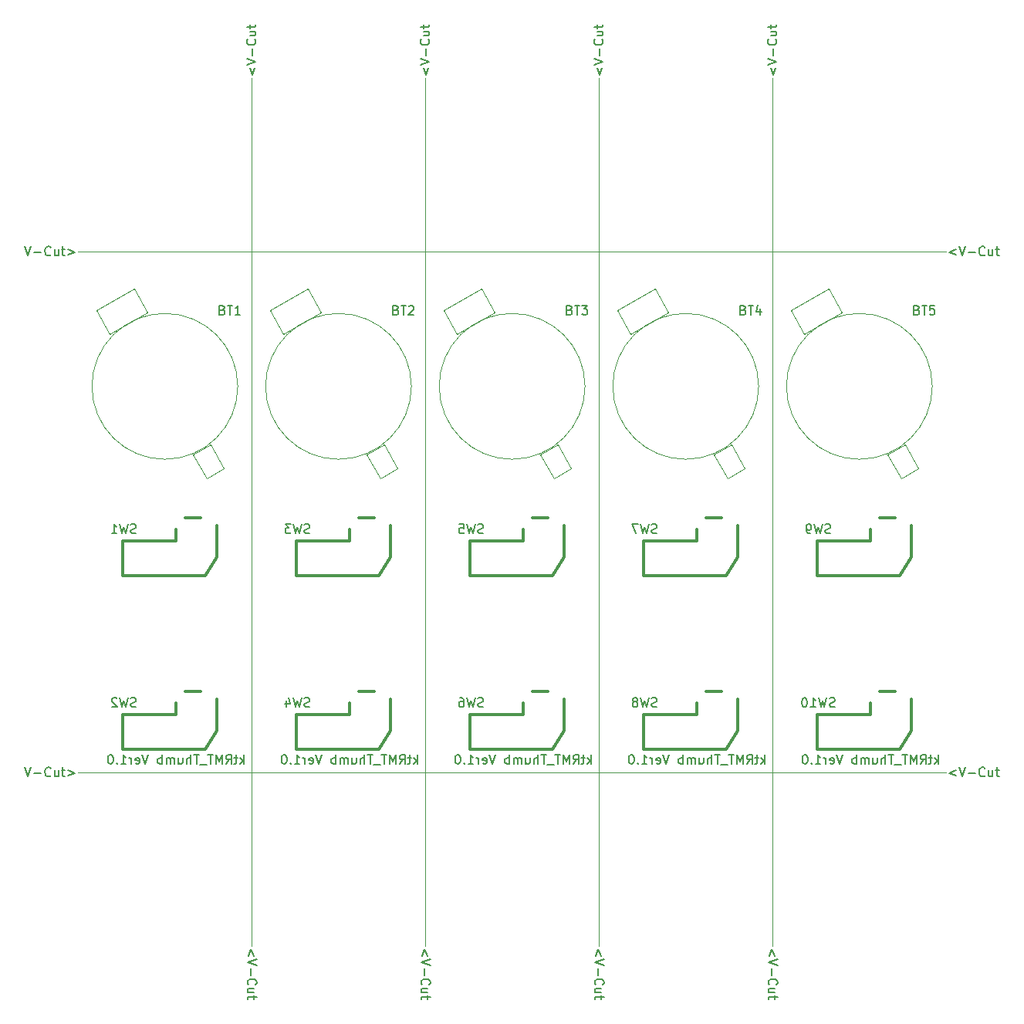
<source format=gbo>
%TF.GenerationSoftware,KiCad,Pcbnew,(6.0.11-0)*%
%TF.CreationDate,2024-12-21T01:30:16+09:00*%
%TF.ProjectId,Array,41727261-792e-46b6-9963-61645f706362,rev?*%
%TF.SameCoordinates,Original*%
%TF.FileFunction,Legend,Bot*%
%TF.FilePolarity,Positive*%
%FSLAX46Y46*%
G04 Gerber Fmt 4.6, Leading zero omitted, Abs format (unit mm)*
G04 Created by KiCad (PCBNEW (6.0.11-0)) date 2024-12-21 01:30:16*
%MOMM*%
%LPD*%
G01*
G04 APERTURE LIST*
%ADD10C,0.150000*%
%ADD11C,0.120000*%
%ADD12C,0.050000*%
%ADD13C,0.360000*%
G04 APERTURE END LIST*
D10*
X-5811785Y-75652380D02*
X-5478452Y-76652380D01*
X-5145119Y-75652380D01*
X-4811785Y-76271428D02*
X-4049880Y-76271428D01*
X-3002261Y-76557142D02*
X-3049880Y-76604761D01*
X-3192738Y-76652380D01*
X-3287976Y-76652380D01*
X-3430833Y-76604761D01*
X-3526071Y-76509523D01*
X-3573690Y-76414285D01*
X-3621309Y-76223809D01*
X-3621309Y-76080952D01*
X-3573690Y-75890476D01*
X-3526071Y-75795238D01*
X-3430833Y-75700000D01*
X-3287976Y-75652380D01*
X-3192738Y-75652380D01*
X-3049880Y-75700000D01*
X-3002261Y-75747619D01*
X-2145119Y-75985714D02*
X-2145119Y-76652380D01*
X-2573690Y-75985714D02*
X-2573690Y-76509523D01*
X-2526071Y-76604761D01*
X-2430833Y-76652380D01*
X-2287976Y-76652380D01*
X-2192738Y-76604761D01*
X-2145119Y-76557142D01*
X-1811785Y-75985714D02*
X-1430833Y-75985714D01*
X-1668928Y-75652380D02*
X-1668928Y-76509523D01*
X-1621309Y-76604761D01*
X-1526071Y-76652380D01*
X-1430833Y-76652380D01*
X-1097500Y-75985714D02*
X-335595Y-76271428D01*
X-1097500Y-76557142D01*
X-5811785Y-18502380D02*
X-5478452Y-19502380D01*
X-5145119Y-18502380D01*
X-4811785Y-19121428D02*
X-4049880Y-19121428D01*
X-3002261Y-19407142D02*
X-3049880Y-19454761D01*
X-3192738Y-19502380D01*
X-3287976Y-19502380D01*
X-3430833Y-19454761D01*
X-3526071Y-19359523D01*
X-3573690Y-19264285D01*
X-3621309Y-19073809D01*
X-3621309Y-18930952D01*
X-3573690Y-18740476D01*
X-3526071Y-18645238D01*
X-3430833Y-18550000D01*
X-3287976Y-18502380D01*
X-3192738Y-18502380D01*
X-3049880Y-18550000D01*
X-3002261Y-18597619D01*
X-2145119Y-18835714D02*
X-2145119Y-19502380D01*
X-2573690Y-18835714D02*
X-2573690Y-19359523D01*
X-2526071Y-19454761D01*
X-2430833Y-19502380D01*
X-2287976Y-19502380D01*
X-2192738Y-19454761D01*
X-2145119Y-19407142D01*
X-1811785Y-18835714D02*
X-1430833Y-18835714D01*
X-1668928Y-18502380D02*
X-1668928Y-19359523D01*
X-1621309Y-19454761D01*
X-1526071Y-19502380D01*
X-1430833Y-19502380D01*
X-1097500Y-18835714D02*
X-335595Y-19121428D01*
X-1097500Y-19407142D01*
X96347500Y-75985714D02*
X95585595Y-76271428D01*
X96347500Y-76557142D01*
X96680833Y-75652380D02*
X97014166Y-76652380D01*
X97347500Y-75652380D01*
X97680833Y-76271428D02*
X98442738Y-76271428D01*
X99490357Y-76557142D02*
X99442738Y-76604761D01*
X99299880Y-76652380D01*
X99204642Y-76652380D01*
X99061785Y-76604761D01*
X98966547Y-76509523D01*
X98918928Y-76414285D01*
X98871309Y-76223809D01*
X98871309Y-76080952D01*
X98918928Y-75890476D01*
X98966547Y-75795238D01*
X99061785Y-75700000D01*
X99204642Y-75652380D01*
X99299880Y-75652380D01*
X99442738Y-75700000D01*
X99490357Y-75747619D01*
X100347500Y-75985714D02*
X100347500Y-76652380D01*
X99918928Y-75985714D02*
X99918928Y-76509523D01*
X99966547Y-76604761D01*
X100061785Y-76652380D01*
X100204642Y-76652380D01*
X100299880Y-76604761D01*
X100347500Y-76557142D01*
X100680833Y-75985714D02*
X101061785Y-75985714D01*
X100823690Y-75652380D02*
X100823690Y-76509523D01*
X100871309Y-76604761D01*
X100966547Y-76652380D01*
X101061785Y-76652380D01*
X96347500Y-18835714D02*
X95585595Y-19121428D01*
X96347500Y-19407142D01*
X96680833Y-18502380D02*
X97014166Y-19502380D01*
X97347500Y-18502380D01*
X97680833Y-19121428D02*
X98442738Y-19121428D01*
X99490357Y-19407142D02*
X99442738Y-19454761D01*
X99299880Y-19502380D01*
X99204642Y-19502380D01*
X99061785Y-19454761D01*
X98966547Y-19359523D01*
X98918928Y-19264285D01*
X98871309Y-19073809D01*
X98871309Y-18930952D01*
X98918928Y-18740476D01*
X98966547Y-18645238D01*
X99061785Y-18550000D01*
X99204642Y-18502380D01*
X99299880Y-18502380D01*
X99442738Y-18550000D01*
X99490357Y-18597619D01*
X100347500Y-18835714D02*
X100347500Y-19502380D01*
X99918928Y-18835714D02*
X99918928Y-19359523D01*
X99966547Y-19454761D01*
X100061785Y-19502380D01*
X100204642Y-19502380D01*
X100299880Y-19454761D01*
X100347500Y-19407142D01*
X100680833Y-18835714D02*
X101061785Y-18835714D01*
X100823690Y-18502380D02*
X100823690Y-19359523D01*
X100871309Y-19454761D01*
X100966547Y-19502380D01*
X101061785Y-19502380D01*
D11*
X0Y-76200000D02*
X95250000Y-76200000D01*
X0Y-19050000D02*
X95250000Y-19050000D01*
D12*
X76200000Y-95250000D02*
X76200000Y0D01*
X19050000Y0D02*
X19050000Y-95250000D01*
X38100000Y-95250000D02*
X38100000Y0D01*
X57150000Y0D02*
X57150000Y-95250000D01*
D10*
X37228571Y-75282380D02*
X37228571Y-74282380D01*
X37133333Y-74901428D02*
X36847619Y-75282380D01*
X36847619Y-74615714D02*
X37228571Y-74996666D01*
X36561904Y-74615714D02*
X36180952Y-74615714D01*
X36419047Y-74282380D02*
X36419047Y-75139523D01*
X36371428Y-75234761D01*
X36276190Y-75282380D01*
X36180952Y-75282380D01*
X35276190Y-75282380D02*
X35609523Y-74806190D01*
X35847619Y-75282380D02*
X35847619Y-74282380D01*
X35466666Y-74282380D01*
X35371428Y-74330000D01*
X35323809Y-74377619D01*
X35276190Y-74472857D01*
X35276190Y-74615714D01*
X35323809Y-74710952D01*
X35371428Y-74758571D01*
X35466666Y-74806190D01*
X35847619Y-74806190D01*
X34847619Y-75282380D02*
X34847619Y-74282380D01*
X34514285Y-74996666D01*
X34180952Y-74282380D01*
X34180952Y-75282380D01*
X33847619Y-74282380D02*
X33276190Y-74282380D01*
X33561904Y-75282380D02*
X33561904Y-74282380D01*
X33180952Y-75377619D02*
X32419047Y-75377619D01*
X32323809Y-74282380D02*
X31752380Y-74282380D01*
X32038095Y-75282380D02*
X32038095Y-74282380D01*
X31419047Y-75282380D02*
X31419047Y-74282380D01*
X30990476Y-75282380D02*
X30990476Y-74758571D01*
X31038095Y-74663333D01*
X31133333Y-74615714D01*
X31276190Y-74615714D01*
X31371428Y-74663333D01*
X31419047Y-74710952D01*
X30085714Y-74615714D02*
X30085714Y-75282380D01*
X30514285Y-74615714D02*
X30514285Y-75139523D01*
X30466666Y-75234761D01*
X30371428Y-75282380D01*
X30228571Y-75282380D01*
X30133333Y-75234761D01*
X30085714Y-75187142D01*
X29609523Y-75282380D02*
X29609523Y-74615714D01*
X29609523Y-74710952D02*
X29561904Y-74663333D01*
X29466666Y-74615714D01*
X29323809Y-74615714D01*
X29228571Y-74663333D01*
X29180952Y-74758571D01*
X29180952Y-75282380D01*
X29180952Y-74758571D02*
X29133333Y-74663333D01*
X29038095Y-74615714D01*
X28895238Y-74615714D01*
X28800000Y-74663333D01*
X28752380Y-74758571D01*
X28752380Y-75282380D01*
X28276190Y-75282380D02*
X28276190Y-74282380D01*
X28276190Y-74663333D02*
X28180952Y-74615714D01*
X27990476Y-74615714D01*
X27895238Y-74663333D01*
X27847619Y-74710952D01*
X27800000Y-74806190D01*
X27800000Y-75091904D01*
X27847619Y-75187142D01*
X27895238Y-75234761D01*
X27990476Y-75282380D01*
X28180952Y-75282380D01*
X28276190Y-75234761D01*
X26752380Y-74282380D02*
X26419047Y-75282380D01*
X26085714Y-74282380D01*
X25371428Y-75234761D02*
X25466666Y-75282380D01*
X25657142Y-75282380D01*
X25752380Y-75234761D01*
X25800000Y-75139523D01*
X25800000Y-74758571D01*
X25752380Y-74663333D01*
X25657142Y-74615714D01*
X25466666Y-74615714D01*
X25371428Y-74663333D01*
X25323809Y-74758571D01*
X25323809Y-74853809D01*
X25800000Y-74949047D01*
X24895238Y-75282380D02*
X24895238Y-74615714D01*
X24895238Y-74806190D02*
X24847619Y-74710952D01*
X24800000Y-74663333D01*
X24704761Y-74615714D01*
X24609523Y-74615714D01*
X23752380Y-75282380D02*
X24323809Y-75282380D01*
X24038095Y-75282380D02*
X24038095Y-74282380D01*
X24133333Y-74425238D01*
X24228571Y-74520476D01*
X24323809Y-74568095D01*
X23323809Y-75187142D02*
X23276190Y-75234761D01*
X23323809Y-75282380D01*
X23371428Y-75234761D01*
X23323809Y-75187142D01*
X23323809Y-75282380D01*
X22657142Y-74282380D02*
X22561904Y-74282380D01*
X22466666Y-74330000D01*
X22419047Y-74377619D01*
X22371428Y-74472857D01*
X22323809Y-74663333D01*
X22323809Y-74901428D01*
X22371428Y-75091904D01*
X22419047Y-75187142D01*
X22466666Y-75234761D01*
X22561904Y-75282380D01*
X22657142Y-75282380D01*
X22752380Y-75234761D01*
X22800000Y-75187142D01*
X22847619Y-75091904D01*
X22895238Y-74901428D01*
X22895238Y-74663333D01*
X22847619Y-74472857D01*
X22800000Y-74377619D01*
X22752380Y-74330000D01*
X22657142Y-74282380D01*
X18178571Y-75282380D02*
X18178571Y-74282380D01*
X18083333Y-74901428D02*
X17797619Y-75282380D01*
X17797619Y-74615714D02*
X18178571Y-74996666D01*
X17511904Y-74615714D02*
X17130952Y-74615714D01*
X17369047Y-74282380D02*
X17369047Y-75139523D01*
X17321428Y-75234761D01*
X17226190Y-75282380D01*
X17130952Y-75282380D01*
X16226190Y-75282380D02*
X16559523Y-74806190D01*
X16797619Y-75282380D02*
X16797619Y-74282380D01*
X16416666Y-74282380D01*
X16321428Y-74330000D01*
X16273809Y-74377619D01*
X16226190Y-74472857D01*
X16226190Y-74615714D01*
X16273809Y-74710952D01*
X16321428Y-74758571D01*
X16416666Y-74806190D01*
X16797619Y-74806190D01*
X15797619Y-75282380D02*
X15797619Y-74282380D01*
X15464285Y-74996666D01*
X15130952Y-74282380D01*
X15130952Y-75282380D01*
X14797619Y-74282380D02*
X14226190Y-74282380D01*
X14511904Y-75282380D02*
X14511904Y-74282380D01*
X14130952Y-75377619D02*
X13369047Y-75377619D01*
X13273809Y-74282380D02*
X12702380Y-74282380D01*
X12988095Y-75282380D02*
X12988095Y-74282380D01*
X12369047Y-75282380D02*
X12369047Y-74282380D01*
X11940476Y-75282380D02*
X11940476Y-74758571D01*
X11988095Y-74663333D01*
X12083333Y-74615714D01*
X12226190Y-74615714D01*
X12321428Y-74663333D01*
X12369047Y-74710952D01*
X11035714Y-74615714D02*
X11035714Y-75282380D01*
X11464285Y-74615714D02*
X11464285Y-75139523D01*
X11416666Y-75234761D01*
X11321428Y-75282380D01*
X11178571Y-75282380D01*
X11083333Y-75234761D01*
X11035714Y-75187142D01*
X10559523Y-75282380D02*
X10559523Y-74615714D01*
X10559523Y-74710952D02*
X10511904Y-74663333D01*
X10416666Y-74615714D01*
X10273809Y-74615714D01*
X10178571Y-74663333D01*
X10130952Y-74758571D01*
X10130952Y-75282380D01*
X10130952Y-74758571D02*
X10083333Y-74663333D01*
X9988095Y-74615714D01*
X9845238Y-74615714D01*
X9750000Y-74663333D01*
X9702380Y-74758571D01*
X9702380Y-75282380D01*
X9226190Y-75282380D02*
X9226190Y-74282380D01*
X9226190Y-74663333D02*
X9130952Y-74615714D01*
X8940476Y-74615714D01*
X8845238Y-74663333D01*
X8797619Y-74710952D01*
X8750000Y-74806190D01*
X8750000Y-75091904D01*
X8797619Y-75187142D01*
X8845238Y-75234761D01*
X8940476Y-75282380D01*
X9130952Y-75282380D01*
X9226190Y-75234761D01*
X7702380Y-74282380D02*
X7369047Y-75282380D01*
X7035714Y-74282380D01*
X6321428Y-75234761D02*
X6416666Y-75282380D01*
X6607142Y-75282380D01*
X6702380Y-75234761D01*
X6750000Y-75139523D01*
X6750000Y-74758571D01*
X6702380Y-74663333D01*
X6607142Y-74615714D01*
X6416666Y-74615714D01*
X6321428Y-74663333D01*
X6273809Y-74758571D01*
X6273809Y-74853809D01*
X6750000Y-74949047D01*
X5845238Y-75282380D02*
X5845238Y-74615714D01*
X5845238Y-74806190D02*
X5797619Y-74710952D01*
X5750000Y-74663333D01*
X5654761Y-74615714D01*
X5559523Y-74615714D01*
X4702380Y-75282380D02*
X5273809Y-75282380D01*
X4988095Y-75282380D02*
X4988095Y-74282380D01*
X5083333Y-74425238D01*
X5178571Y-74520476D01*
X5273809Y-74568095D01*
X4273809Y-75187142D02*
X4226190Y-75234761D01*
X4273809Y-75282380D01*
X4321428Y-75234761D01*
X4273809Y-75187142D01*
X4273809Y-75282380D01*
X3607142Y-74282380D02*
X3511904Y-74282380D01*
X3416666Y-74330000D01*
X3369047Y-74377619D01*
X3321428Y-74472857D01*
X3273809Y-74663333D01*
X3273809Y-74901428D01*
X3321428Y-75091904D01*
X3369047Y-75187142D01*
X3416666Y-75234761D01*
X3511904Y-75282380D01*
X3607142Y-75282380D01*
X3702380Y-75234761D01*
X3750000Y-75187142D01*
X3797619Y-75091904D01*
X3845238Y-74901428D01*
X3845238Y-74663333D01*
X3797619Y-74472857D01*
X3750000Y-74377619D01*
X3702380Y-74330000D01*
X3607142Y-74282380D01*
X75328571Y-75282380D02*
X75328571Y-74282380D01*
X75233333Y-74901428D02*
X74947619Y-75282380D01*
X74947619Y-74615714D02*
X75328571Y-74996666D01*
X74661904Y-74615714D02*
X74280952Y-74615714D01*
X74519047Y-74282380D02*
X74519047Y-75139523D01*
X74471428Y-75234761D01*
X74376190Y-75282380D01*
X74280952Y-75282380D01*
X73376190Y-75282380D02*
X73709523Y-74806190D01*
X73947619Y-75282380D02*
X73947619Y-74282380D01*
X73566666Y-74282380D01*
X73471428Y-74330000D01*
X73423809Y-74377619D01*
X73376190Y-74472857D01*
X73376190Y-74615714D01*
X73423809Y-74710952D01*
X73471428Y-74758571D01*
X73566666Y-74806190D01*
X73947619Y-74806190D01*
X72947619Y-75282380D02*
X72947619Y-74282380D01*
X72614285Y-74996666D01*
X72280952Y-74282380D01*
X72280952Y-75282380D01*
X71947619Y-74282380D02*
X71376190Y-74282380D01*
X71661904Y-75282380D02*
X71661904Y-74282380D01*
X71280952Y-75377619D02*
X70519047Y-75377619D01*
X70423809Y-74282380D02*
X69852380Y-74282380D01*
X70138095Y-75282380D02*
X70138095Y-74282380D01*
X69519047Y-75282380D02*
X69519047Y-74282380D01*
X69090476Y-75282380D02*
X69090476Y-74758571D01*
X69138095Y-74663333D01*
X69233333Y-74615714D01*
X69376190Y-74615714D01*
X69471428Y-74663333D01*
X69519047Y-74710952D01*
X68185714Y-74615714D02*
X68185714Y-75282380D01*
X68614285Y-74615714D02*
X68614285Y-75139523D01*
X68566666Y-75234761D01*
X68471428Y-75282380D01*
X68328571Y-75282380D01*
X68233333Y-75234761D01*
X68185714Y-75187142D01*
X67709523Y-75282380D02*
X67709523Y-74615714D01*
X67709523Y-74710952D02*
X67661904Y-74663333D01*
X67566666Y-74615714D01*
X67423809Y-74615714D01*
X67328571Y-74663333D01*
X67280952Y-74758571D01*
X67280952Y-75282380D01*
X67280952Y-74758571D02*
X67233333Y-74663333D01*
X67138095Y-74615714D01*
X66995238Y-74615714D01*
X66900000Y-74663333D01*
X66852380Y-74758571D01*
X66852380Y-75282380D01*
X66376190Y-75282380D02*
X66376190Y-74282380D01*
X66376190Y-74663333D02*
X66280952Y-74615714D01*
X66090476Y-74615714D01*
X65995238Y-74663333D01*
X65947619Y-74710952D01*
X65900000Y-74806190D01*
X65900000Y-75091904D01*
X65947619Y-75187142D01*
X65995238Y-75234761D01*
X66090476Y-75282380D01*
X66280952Y-75282380D01*
X66376190Y-75234761D01*
X64852380Y-74282380D02*
X64519047Y-75282380D01*
X64185714Y-74282380D01*
X63471428Y-75234761D02*
X63566666Y-75282380D01*
X63757142Y-75282380D01*
X63852380Y-75234761D01*
X63900000Y-75139523D01*
X63900000Y-74758571D01*
X63852380Y-74663333D01*
X63757142Y-74615714D01*
X63566666Y-74615714D01*
X63471428Y-74663333D01*
X63423809Y-74758571D01*
X63423809Y-74853809D01*
X63900000Y-74949047D01*
X62995238Y-75282380D02*
X62995238Y-74615714D01*
X62995238Y-74806190D02*
X62947619Y-74710952D01*
X62900000Y-74663333D01*
X62804761Y-74615714D01*
X62709523Y-74615714D01*
X61852380Y-75282380D02*
X62423809Y-75282380D01*
X62138095Y-75282380D02*
X62138095Y-74282380D01*
X62233333Y-74425238D01*
X62328571Y-74520476D01*
X62423809Y-74568095D01*
X61423809Y-75187142D02*
X61376190Y-75234761D01*
X61423809Y-75282380D01*
X61471428Y-75234761D01*
X61423809Y-75187142D01*
X61423809Y-75282380D01*
X60757142Y-74282380D02*
X60661904Y-74282380D01*
X60566666Y-74330000D01*
X60519047Y-74377619D01*
X60471428Y-74472857D01*
X60423809Y-74663333D01*
X60423809Y-74901428D01*
X60471428Y-75091904D01*
X60519047Y-75187142D01*
X60566666Y-75234761D01*
X60661904Y-75282380D01*
X60757142Y-75282380D01*
X60852380Y-75234761D01*
X60900000Y-75187142D01*
X60947619Y-75091904D01*
X60995238Y-74901428D01*
X60995238Y-74663333D01*
X60947619Y-74472857D01*
X60900000Y-74377619D01*
X60852380Y-74330000D01*
X60757142Y-74282380D01*
X94378571Y-75282380D02*
X94378571Y-74282380D01*
X94283333Y-74901428D02*
X93997619Y-75282380D01*
X93997619Y-74615714D02*
X94378571Y-74996666D01*
X93711904Y-74615714D02*
X93330952Y-74615714D01*
X93569047Y-74282380D02*
X93569047Y-75139523D01*
X93521428Y-75234761D01*
X93426190Y-75282380D01*
X93330952Y-75282380D01*
X92426190Y-75282380D02*
X92759523Y-74806190D01*
X92997619Y-75282380D02*
X92997619Y-74282380D01*
X92616666Y-74282380D01*
X92521428Y-74330000D01*
X92473809Y-74377619D01*
X92426190Y-74472857D01*
X92426190Y-74615714D01*
X92473809Y-74710952D01*
X92521428Y-74758571D01*
X92616666Y-74806190D01*
X92997619Y-74806190D01*
X91997619Y-75282380D02*
X91997619Y-74282380D01*
X91664285Y-74996666D01*
X91330952Y-74282380D01*
X91330952Y-75282380D01*
X90997619Y-74282380D02*
X90426190Y-74282380D01*
X90711904Y-75282380D02*
X90711904Y-74282380D01*
X90330952Y-75377619D02*
X89569047Y-75377619D01*
X89473809Y-74282380D02*
X88902380Y-74282380D01*
X89188095Y-75282380D02*
X89188095Y-74282380D01*
X88569047Y-75282380D02*
X88569047Y-74282380D01*
X88140476Y-75282380D02*
X88140476Y-74758571D01*
X88188095Y-74663333D01*
X88283333Y-74615714D01*
X88426190Y-74615714D01*
X88521428Y-74663333D01*
X88569047Y-74710952D01*
X87235714Y-74615714D02*
X87235714Y-75282380D01*
X87664285Y-74615714D02*
X87664285Y-75139523D01*
X87616666Y-75234761D01*
X87521428Y-75282380D01*
X87378571Y-75282380D01*
X87283333Y-75234761D01*
X87235714Y-75187142D01*
X86759523Y-75282380D02*
X86759523Y-74615714D01*
X86759523Y-74710952D02*
X86711904Y-74663333D01*
X86616666Y-74615714D01*
X86473809Y-74615714D01*
X86378571Y-74663333D01*
X86330952Y-74758571D01*
X86330952Y-75282380D01*
X86330952Y-74758571D02*
X86283333Y-74663333D01*
X86188095Y-74615714D01*
X86045238Y-74615714D01*
X85950000Y-74663333D01*
X85902380Y-74758571D01*
X85902380Y-75282380D01*
X85426190Y-75282380D02*
X85426190Y-74282380D01*
X85426190Y-74663333D02*
X85330952Y-74615714D01*
X85140476Y-74615714D01*
X85045238Y-74663333D01*
X84997619Y-74710952D01*
X84950000Y-74806190D01*
X84950000Y-75091904D01*
X84997619Y-75187142D01*
X85045238Y-75234761D01*
X85140476Y-75282380D01*
X85330952Y-75282380D01*
X85426190Y-75234761D01*
X83902380Y-74282380D02*
X83569047Y-75282380D01*
X83235714Y-74282380D01*
X82521428Y-75234761D02*
X82616666Y-75282380D01*
X82807142Y-75282380D01*
X82902380Y-75234761D01*
X82950000Y-75139523D01*
X82950000Y-74758571D01*
X82902380Y-74663333D01*
X82807142Y-74615714D01*
X82616666Y-74615714D01*
X82521428Y-74663333D01*
X82473809Y-74758571D01*
X82473809Y-74853809D01*
X82950000Y-74949047D01*
X82045238Y-75282380D02*
X82045238Y-74615714D01*
X82045238Y-74806190D02*
X81997619Y-74710952D01*
X81950000Y-74663333D01*
X81854761Y-74615714D01*
X81759523Y-74615714D01*
X80902380Y-75282380D02*
X81473809Y-75282380D01*
X81188095Y-75282380D02*
X81188095Y-74282380D01*
X81283333Y-74425238D01*
X81378571Y-74520476D01*
X81473809Y-74568095D01*
X80473809Y-75187142D02*
X80426190Y-75234761D01*
X80473809Y-75282380D01*
X80521428Y-75234761D01*
X80473809Y-75187142D01*
X80473809Y-75282380D01*
X79807142Y-74282380D02*
X79711904Y-74282380D01*
X79616666Y-74330000D01*
X79569047Y-74377619D01*
X79521428Y-74472857D01*
X79473809Y-74663333D01*
X79473809Y-74901428D01*
X79521428Y-75091904D01*
X79569047Y-75187142D01*
X79616666Y-75234761D01*
X79711904Y-75282380D01*
X79807142Y-75282380D01*
X79902380Y-75234761D01*
X79950000Y-75187142D01*
X79997619Y-75091904D01*
X80045238Y-74901428D01*
X80045238Y-74663333D01*
X79997619Y-74472857D01*
X79950000Y-74377619D01*
X79902380Y-74330000D01*
X79807142Y-74282380D01*
X56278571Y-75282380D02*
X56278571Y-74282380D01*
X56183333Y-74901428D02*
X55897619Y-75282380D01*
X55897619Y-74615714D02*
X56278571Y-74996666D01*
X55611904Y-74615714D02*
X55230952Y-74615714D01*
X55469047Y-74282380D02*
X55469047Y-75139523D01*
X55421428Y-75234761D01*
X55326190Y-75282380D01*
X55230952Y-75282380D01*
X54326190Y-75282380D02*
X54659523Y-74806190D01*
X54897619Y-75282380D02*
X54897619Y-74282380D01*
X54516666Y-74282380D01*
X54421428Y-74330000D01*
X54373809Y-74377619D01*
X54326190Y-74472857D01*
X54326190Y-74615714D01*
X54373809Y-74710952D01*
X54421428Y-74758571D01*
X54516666Y-74806190D01*
X54897619Y-74806190D01*
X53897619Y-75282380D02*
X53897619Y-74282380D01*
X53564285Y-74996666D01*
X53230952Y-74282380D01*
X53230952Y-75282380D01*
X52897619Y-74282380D02*
X52326190Y-74282380D01*
X52611904Y-75282380D02*
X52611904Y-74282380D01*
X52230952Y-75377619D02*
X51469047Y-75377619D01*
X51373809Y-74282380D02*
X50802380Y-74282380D01*
X51088095Y-75282380D02*
X51088095Y-74282380D01*
X50469047Y-75282380D02*
X50469047Y-74282380D01*
X50040476Y-75282380D02*
X50040476Y-74758571D01*
X50088095Y-74663333D01*
X50183333Y-74615714D01*
X50326190Y-74615714D01*
X50421428Y-74663333D01*
X50469047Y-74710952D01*
X49135714Y-74615714D02*
X49135714Y-75282380D01*
X49564285Y-74615714D02*
X49564285Y-75139523D01*
X49516666Y-75234761D01*
X49421428Y-75282380D01*
X49278571Y-75282380D01*
X49183333Y-75234761D01*
X49135714Y-75187142D01*
X48659523Y-75282380D02*
X48659523Y-74615714D01*
X48659523Y-74710952D02*
X48611904Y-74663333D01*
X48516666Y-74615714D01*
X48373809Y-74615714D01*
X48278571Y-74663333D01*
X48230952Y-74758571D01*
X48230952Y-75282380D01*
X48230952Y-74758571D02*
X48183333Y-74663333D01*
X48088095Y-74615714D01*
X47945238Y-74615714D01*
X47850000Y-74663333D01*
X47802380Y-74758571D01*
X47802380Y-75282380D01*
X47326190Y-75282380D02*
X47326190Y-74282380D01*
X47326190Y-74663333D02*
X47230952Y-74615714D01*
X47040476Y-74615714D01*
X46945238Y-74663333D01*
X46897619Y-74710952D01*
X46850000Y-74806190D01*
X46850000Y-75091904D01*
X46897619Y-75187142D01*
X46945238Y-75234761D01*
X47040476Y-75282380D01*
X47230952Y-75282380D01*
X47326190Y-75234761D01*
X45802380Y-74282380D02*
X45469047Y-75282380D01*
X45135714Y-74282380D01*
X44421428Y-75234761D02*
X44516666Y-75282380D01*
X44707142Y-75282380D01*
X44802380Y-75234761D01*
X44850000Y-75139523D01*
X44850000Y-74758571D01*
X44802380Y-74663333D01*
X44707142Y-74615714D01*
X44516666Y-74615714D01*
X44421428Y-74663333D01*
X44373809Y-74758571D01*
X44373809Y-74853809D01*
X44850000Y-74949047D01*
X43945238Y-75282380D02*
X43945238Y-74615714D01*
X43945238Y-74806190D02*
X43897619Y-74710952D01*
X43850000Y-74663333D01*
X43754761Y-74615714D01*
X43659523Y-74615714D01*
X42802380Y-75282380D02*
X43373809Y-75282380D01*
X43088095Y-75282380D02*
X43088095Y-74282380D01*
X43183333Y-74425238D01*
X43278571Y-74520476D01*
X43373809Y-74568095D01*
X42373809Y-75187142D02*
X42326190Y-75234761D01*
X42373809Y-75282380D01*
X42421428Y-75234761D01*
X42373809Y-75187142D01*
X42373809Y-75282380D01*
X41707142Y-74282380D02*
X41611904Y-74282380D01*
X41516666Y-74330000D01*
X41469047Y-74377619D01*
X41421428Y-74472857D01*
X41373809Y-74663333D01*
X41373809Y-74901428D01*
X41421428Y-75091904D01*
X41469047Y-75187142D01*
X41516666Y-75234761D01*
X41611904Y-75282380D01*
X41707142Y-75282380D01*
X41802380Y-75234761D01*
X41850000Y-75187142D01*
X41897619Y-75091904D01*
X41945238Y-74901428D01*
X41945238Y-74663333D01*
X41897619Y-74472857D01*
X41850000Y-74377619D01*
X41802380Y-74330000D01*
X41707142Y-74282380D01*
X38314285Y-96347500D02*
X38028571Y-95585595D01*
X37742857Y-96347500D01*
X38647619Y-96680833D02*
X37647619Y-97014166D01*
X38647619Y-97347500D01*
X38028571Y-97680833D02*
X38028571Y-98442738D01*
X37742857Y-99490357D02*
X37695238Y-99442738D01*
X37647619Y-99299880D01*
X37647619Y-99204642D01*
X37695238Y-99061785D01*
X37790476Y-98966547D01*
X37885714Y-98918928D01*
X38076190Y-98871309D01*
X38219047Y-98871309D01*
X38409523Y-98918928D01*
X38504761Y-98966547D01*
X38600000Y-99061785D01*
X38647619Y-99204642D01*
X38647619Y-99299880D01*
X38600000Y-99442738D01*
X38552380Y-99490357D01*
X38314285Y-100347500D02*
X37647619Y-100347500D01*
X38314285Y-99918928D02*
X37790476Y-99918928D01*
X37695238Y-99966547D01*
X37647619Y-100061785D01*
X37647619Y-100204642D01*
X37695238Y-100299880D01*
X37742857Y-100347500D01*
X38314285Y-100680833D02*
X38314285Y-101061785D01*
X38647619Y-100823690D02*
X37790476Y-100823690D01*
X37695238Y-100871309D01*
X37647619Y-100966547D01*
X37647619Y-101061785D01*
X37885714Y1097500D02*
X38171428Y335595D01*
X38457142Y1097500D01*
X37552380Y1430833D02*
X38552380Y1764166D01*
X37552380Y2097500D01*
X38171428Y2430833D02*
X38171428Y3192738D01*
X38457142Y4240357D02*
X38504761Y4192738D01*
X38552380Y4049880D01*
X38552380Y3954642D01*
X38504761Y3811785D01*
X38409523Y3716547D01*
X38314285Y3668928D01*
X38123809Y3621309D01*
X37980952Y3621309D01*
X37790476Y3668928D01*
X37695238Y3716547D01*
X37600000Y3811785D01*
X37552380Y3954642D01*
X37552380Y4049880D01*
X37600000Y4192738D01*
X37647619Y4240357D01*
X37885714Y5097500D02*
X38552380Y5097500D01*
X37885714Y4668928D02*
X38409523Y4668928D01*
X38504761Y4716547D01*
X38552380Y4811785D01*
X38552380Y4954642D01*
X38504761Y5049880D01*
X38457142Y5097500D01*
X37885714Y5430833D02*
X37885714Y5811785D01*
X37552380Y5573690D02*
X38409523Y5573690D01*
X38504761Y5621309D01*
X38552380Y5716547D01*
X38552380Y5811785D01*
X57364285Y-96347500D02*
X57078571Y-95585595D01*
X56792857Y-96347500D01*
X57697619Y-96680833D02*
X56697619Y-97014166D01*
X57697619Y-97347500D01*
X57078571Y-97680833D02*
X57078571Y-98442738D01*
X56792857Y-99490357D02*
X56745238Y-99442738D01*
X56697619Y-99299880D01*
X56697619Y-99204642D01*
X56745238Y-99061785D01*
X56840476Y-98966547D01*
X56935714Y-98918928D01*
X57126190Y-98871309D01*
X57269047Y-98871309D01*
X57459523Y-98918928D01*
X57554761Y-98966547D01*
X57650000Y-99061785D01*
X57697619Y-99204642D01*
X57697619Y-99299880D01*
X57650000Y-99442738D01*
X57602380Y-99490357D01*
X57364285Y-100347500D02*
X56697619Y-100347500D01*
X57364285Y-99918928D02*
X56840476Y-99918928D01*
X56745238Y-99966547D01*
X56697619Y-100061785D01*
X56697619Y-100204642D01*
X56745238Y-100299880D01*
X56792857Y-100347500D01*
X57364285Y-100680833D02*
X57364285Y-101061785D01*
X57697619Y-100823690D02*
X56840476Y-100823690D01*
X56745238Y-100871309D01*
X56697619Y-100966547D01*
X56697619Y-101061785D01*
X18835714Y1097500D02*
X19121428Y335595D01*
X19407142Y1097500D01*
X18502380Y1430833D02*
X19502380Y1764166D01*
X18502380Y2097500D01*
X19121428Y2430833D02*
X19121428Y3192738D01*
X19407142Y4240357D02*
X19454761Y4192738D01*
X19502380Y4049880D01*
X19502380Y3954642D01*
X19454761Y3811785D01*
X19359523Y3716547D01*
X19264285Y3668928D01*
X19073809Y3621309D01*
X18930952Y3621309D01*
X18740476Y3668928D01*
X18645238Y3716547D01*
X18550000Y3811785D01*
X18502380Y3954642D01*
X18502380Y4049880D01*
X18550000Y4192738D01*
X18597619Y4240357D01*
X18835714Y5097500D02*
X19502380Y5097500D01*
X18835714Y4668928D02*
X19359523Y4668928D01*
X19454761Y4716547D01*
X19502380Y4811785D01*
X19502380Y4954642D01*
X19454761Y5049880D01*
X19407142Y5097500D01*
X18835714Y5430833D02*
X18835714Y5811785D01*
X18502380Y5573690D02*
X19359523Y5573690D01*
X19454761Y5621309D01*
X19502380Y5716547D01*
X19502380Y5811785D01*
X19264285Y-96347500D02*
X18978571Y-95585595D01*
X18692857Y-96347500D01*
X19597619Y-96680833D02*
X18597619Y-97014166D01*
X19597619Y-97347500D01*
X18978571Y-97680833D02*
X18978571Y-98442738D01*
X18692857Y-99490357D02*
X18645238Y-99442738D01*
X18597619Y-99299880D01*
X18597619Y-99204642D01*
X18645238Y-99061785D01*
X18740476Y-98966547D01*
X18835714Y-98918928D01*
X19026190Y-98871309D01*
X19169047Y-98871309D01*
X19359523Y-98918928D01*
X19454761Y-98966547D01*
X19550000Y-99061785D01*
X19597619Y-99204642D01*
X19597619Y-99299880D01*
X19550000Y-99442738D01*
X19502380Y-99490357D01*
X19264285Y-100347500D02*
X18597619Y-100347500D01*
X19264285Y-99918928D02*
X18740476Y-99918928D01*
X18645238Y-99966547D01*
X18597619Y-100061785D01*
X18597619Y-100204642D01*
X18645238Y-100299880D01*
X18692857Y-100347500D01*
X19264285Y-100680833D02*
X19264285Y-101061785D01*
X19597619Y-100823690D02*
X18740476Y-100823690D01*
X18645238Y-100871309D01*
X18597619Y-100966547D01*
X18597619Y-101061785D01*
X75985714Y1097500D02*
X76271428Y335595D01*
X76557142Y1097500D01*
X75652380Y1430833D02*
X76652380Y1764166D01*
X75652380Y2097500D01*
X76271428Y2430833D02*
X76271428Y3192738D01*
X76557142Y4240357D02*
X76604761Y4192738D01*
X76652380Y4049880D01*
X76652380Y3954642D01*
X76604761Y3811785D01*
X76509523Y3716547D01*
X76414285Y3668928D01*
X76223809Y3621309D01*
X76080952Y3621309D01*
X75890476Y3668928D01*
X75795238Y3716547D01*
X75700000Y3811785D01*
X75652380Y3954642D01*
X75652380Y4049880D01*
X75700000Y4192738D01*
X75747619Y4240357D01*
X75985714Y5097500D02*
X76652380Y5097500D01*
X75985714Y4668928D02*
X76509523Y4668928D01*
X76604761Y4716547D01*
X76652380Y4811785D01*
X76652380Y4954642D01*
X76604761Y5049880D01*
X76557142Y5097500D01*
X75985714Y5430833D02*
X75985714Y5811785D01*
X75652380Y5573690D02*
X76509523Y5573690D01*
X76604761Y5621309D01*
X76652380Y5716547D01*
X76652380Y5811785D01*
X56935714Y1097500D02*
X57221428Y335595D01*
X57507142Y1097500D01*
X56602380Y1430833D02*
X57602380Y1764166D01*
X56602380Y2097500D01*
X57221428Y2430833D02*
X57221428Y3192738D01*
X57507142Y4240357D02*
X57554761Y4192738D01*
X57602380Y4049880D01*
X57602380Y3954642D01*
X57554761Y3811785D01*
X57459523Y3716547D01*
X57364285Y3668928D01*
X57173809Y3621309D01*
X57030952Y3621309D01*
X56840476Y3668928D01*
X56745238Y3716547D01*
X56650000Y3811785D01*
X56602380Y3954642D01*
X56602380Y4049880D01*
X56650000Y4192738D01*
X56697619Y4240357D01*
X56935714Y5097500D02*
X57602380Y5097500D01*
X56935714Y4668928D02*
X57459523Y4668928D01*
X57554761Y4716547D01*
X57602380Y4811785D01*
X57602380Y4954642D01*
X57554761Y5049880D01*
X57507142Y5097500D01*
X56935714Y5430833D02*
X56935714Y5811785D01*
X56602380Y5573690D02*
X57459523Y5573690D01*
X57554761Y5621309D01*
X57602380Y5716547D01*
X57602380Y5811785D01*
X76414285Y-96347500D02*
X76128571Y-95585595D01*
X75842857Y-96347500D01*
X76747619Y-96680833D02*
X75747619Y-97014166D01*
X76747619Y-97347500D01*
X76128571Y-97680833D02*
X76128571Y-98442738D01*
X75842857Y-99490357D02*
X75795238Y-99442738D01*
X75747619Y-99299880D01*
X75747619Y-99204642D01*
X75795238Y-99061785D01*
X75890476Y-98966547D01*
X75985714Y-98918928D01*
X76176190Y-98871309D01*
X76319047Y-98871309D01*
X76509523Y-98918928D01*
X76604761Y-98966547D01*
X76700000Y-99061785D01*
X76747619Y-99204642D01*
X76747619Y-99299880D01*
X76700000Y-99442738D01*
X76652380Y-99490357D01*
X76414285Y-100347500D02*
X75747619Y-100347500D01*
X76414285Y-99918928D02*
X75890476Y-99918928D01*
X75795238Y-99966547D01*
X75747619Y-100061785D01*
X75747619Y-100204642D01*
X75795238Y-100299880D01*
X75842857Y-100347500D01*
X76414285Y-100680833D02*
X76414285Y-101061785D01*
X76747619Y-100823690D02*
X75890476Y-100823690D01*
X75795238Y-100871309D01*
X75747619Y-100966547D01*
X75747619Y-101061785D01*
%TO.C,SW6*%
X44458333Y-68979761D02*
X44315476Y-69027380D01*
X44077380Y-69027380D01*
X43982142Y-68979761D01*
X43934523Y-68932142D01*
X43886904Y-68836904D01*
X43886904Y-68741666D01*
X43934523Y-68646428D01*
X43982142Y-68598809D01*
X44077380Y-68551190D01*
X44267857Y-68503571D01*
X44363095Y-68455952D01*
X44410714Y-68408333D01*
X44458333Y-68313095D01*
X44458333Y-68217857D01*
X44410714Y-68122619D01*
X44363095Y-68075000D01*
X44267857Y-68027380D01*
X44029761Y-68027380D01*
X43886904Y-68075000D01*
X43553571Y-68027380D02*
X43315476Y-69027380D01*
X43125000Y-68313095D01*
X42934523Y-69027380D01*
X42696428Y-68027380D01*
X41886904Y-68027380D02*
X42077380Y-68027380D01*
X42172619Y-68075000D01*
X42220238Y-68122619D01*
X42315476Y-68265476D01*
X42363095Y-68455952D01*
X42363095Y-68836904D01*
X42315476Y-68932142D01*
X42267857Y-68979761D01*
X42172619Y-69027380D01*
X41982142Y-69027380D01*
X41886904Y-68979761D01*
X41839285Y-68932142D01*
X41791666Y-68836904D01*
X41791666Y-68598809D01*
X41839285Y-68503571D01*
X41886904Y-68455952D01*
X41982142Y-68408333D01*
X42172619Y-68408333D01*
X42267857Y-68455952D01*
X42315476Y-68503571D01*
X42363095Y-68598809D01*
%TO.C,SW2*%
X6358333Y-68979761D02*
X6215476Y-69027380D01*
X5977380Y-69027380D01*
X5882142Y-68979761D01*
X5834523Y-68932142D01*
X5786904Y-68836904D01*
X5786904Y-68741666D01*
X5834523Y-68646428D01*
X5882142Y-68598809D01*
X5977380Y-68551190D01*
X6167857Y-68503571D01*
X6263095Y-68455952D01*
X6310714Y-68408333D01*
X6358333Y-68313095D01*
X6358333Y-68217857D01*
X6310714Y-68122619D01*
X6263095Y-68075000D01*
X6167857Y-68027380D01*
X5929761Y-68027380D01*
X5786904Y-68075000D01*
X5453571Y-68027380D02*
X5215476Y-69027380D01*
X5025000Y-68313095D01*
X4834523Y-69027380D01*
X4596428Y-68027380D01*
X4263095Y-68122619D02*
X4215476Y-68075000D01*
X4120238Y-68027380D01*
X3882142Y-68027380D01*
X3786904Y-68075000D01*
X3739285Y-68122619D01*
X3691666Y-68217857D01*
X3691666Y-68313095D01*
X3739285Y-68455952D01*
X4310714Y-69027380D01*
X3691666Y-69027380D01*
%TO.C,SW4*%
X25408333Y-68979761D02*
X25265476Y-69027380D01*
X25027380Y-69027380D01*
X24932142Y-68979761D01*
X24884523Y-68932142D01*
X24836904Y-68836904D01*
X24836904Y-68741666D01*
X24884523Y-68646428D01*
X24932142Y-68598809D01*
X25027380Y-68551190D01*
X25217857Y-68503571D01*
X25313095Y-68455952D01*
X25360714Y-68408333D01*
X25408333Y-68313095D01*
X25408333Y-68217857D01*
X25360714Y-68122619D01*
X25313095Y-68075000D01*
X25217857Y-68027380D01*
X24979761Y-68027380D01*
X24836904Y-68075000D01*
X24503571Y-68027380D02*
X24265476Y-69027380D01*
X24075000Y-68313095D01*
X23884523Y-69027380D01*
X23646428Y-68027380D01*
X22836904Y-68360714D02*
X22836904Y-69027380D01*
X23075000Y-67979761D02*
X23313095Y-68694047D01*
X22694047Y-68694047D01*
%TO.C,BT5*%
X92049285Y-25463571D02*
X92192142Y-25511190D01*
X92239761Y-25558809D01*
X92287380Y-25654047D01*
X92287380Y-25796904D01*
X92239761Y-25892142D01*
X92192142Y-25939761D01*
X92096904Y-25987380D01*
X91715952Y-25987380D01*
X91715952Y-24987380D01*
X92049285Y-24987380D01*
X92144523Y-25035000D01*
X92192142Y-25082619D01*
X92239761Y-25177857D01*
X92239761Y-25273095D01*
X92192142Y-25368333D01*
X92144523Y-25415952D01*
X92049285Y-25463571D01*
X91715952Y-25463571D01*
X92573095Y-24987380D02*
X93144523Y-24987380D01*
X92858809Y-25987380D02*
X92858809Y-24987380D01*
X93954047Y-24987380D02*
X93477857Y-24987380D01*
X93430238Y-25463571D01*
X93477857Y-25415952D01*
X93573095Y-25368333D01*
X93811190Y-25368333D01*
X93906428Y-25415952D01*
X93954047Y-25463571D01*
X94001666Y-25558809D01*
X94001666Y-25796904D01*
X93954047Y-25892142D01*
X93906428Y-25939761D01*
X93811190Y-25987380D01*
X93573095Y-25987380D01*
X93477857Y-25939761D01*
X93430238Y-25892142D01*
%TO.C,SW7*%
X63508333Y-49929761D02*
X63365476Y-49977380D01*
X63127380Y-49977380D01*
X63032142Y-49929761D01*
X62984523Y-49882142D01*
X62936904Y-49786904D01*
X62936904Y-49691666D01*
X62984523Y-49596428D01*
X63032142Y-49548809D01*
X63127380Y-49501190D01*
X63317857Y-49453571D01*
X63413095Y-49405952D01*
X63460714Y-49358333D01*
X63508333Y-49263095D01*
X63508333Y-49167857D01*
X63460714Y-49072619D01*
X63413095Y-49025000D01*
X63317857Y-48977380D01*
X63079761Y-48977380D01*
X62936904Y-49025000D01*
X62603571Y-48977380D02*
X62365476Y-49977380D01*
X62175000Y-49263095D01*
X61984523Y-49977380D01*
X61746428Y-48977380D01*
X61460714Y-48977380D02*
X60794047Y-48977380D01*
X61222619Y-49977380D01*
%TO.C,SW5*%
X44458333Y-49929761D02*
X44315476Y-49977380D01*
X44077380Y-49977380D01*
X43982142Y-49929761D01*
X43934523Y-49882142D01*
X43886904Y-49786904D01*
X43886904Y-49691666D01*
X43934523Y-49596428D01*
X43982142Y-49548809D01*
X44077380Y-49501190D01*
X44267857Y-49453571D01*
X44363095Y-49405952D01*
X44410714Y-49358333D01*
X44458333Y-49263095D01*
X44458333Y-49167857D01*
X44410714Y-49072619D01*
X44363095Y-49025000D01*
X44267857Y-48977380D01*
X44029761Y-48977380D01*
X43886904Y-49025000D01*
X43553571Y-48977380D02*
X43315476Y-49977380D01*
X43125000Y-49263095D01*
X42934523Y-49977380D01*
X42696428Y-48977380D01*
X41839285Y-48977380D02*
X42315476Y-48977380D01*
X42363095Y-49453571D01*
X42315476Y-49405952D01*
X42220238Y-49358333D01*
X41982142Y-49358333D01*
X41886904Y-49405952D01*
X41839285Y-49453571D01*
X41791666Y-49548809D01*
X41791666Y-49786904D01*
X41839285Y-49882142D01*
X41886904Y-49929761D01*
X41982142Y-49977380D01*
X42220238Y-49977380D01*
X42315476Y-49929761D01*
X42363095Y-49882142D01*
%TO.C,SW8*%
X63508333Y-68979761D02*
X63365476Y-69027380D01*
X63127380Y-69027380D01*
X63032142Y-68979761D01*
X62984523Y-68932142D01*
X62936904Y-68836904D01*
X62936904Y-68741666D01*
X62984523Y-68646428D01*
X63032142Y-68598809D01*
X63127380Y-68551190D01*
X63317857Y-68503571D01*
X63413095Y-68455952D01*
X63460714Y-68408333D01*
X63508333Y-68313095D01*
X63508333Y-68217857D01*
X63460714Y-68122619D01*
X63413095Y-68075000D01*
X63317857Y-68027380D01*
X63079761Y-68027380D01*
X62936904Y-68075000D01*
X62603571Y-68027380D02*
X62365476Y-69027380D01*
X62175000Y-68313095D01*
X61984523Y-69027380D01*
X61746428Y-68027380D01*
X61222619Y-68455952D02*
X61317857Y-68408333D01*
X61365476Y-68360714D01*
X61413095Y-68265476D01*
X61413095Y-68217857D01*
X61365476Y-68122619D01*
X61317857Y-68075000D01*
X61222619Y-68027380D01*
X61032142Y-68027380D01*
X60936904Y-68075000D01*
X60889285Y-68122619D01*
X60841666Y-68217857D01*
X60841666Y-68265476D01*
X60889285Y-68360714D01*
X60936904Y-68408333D01*
X61032142Y-68455952D01*
X61222619Y-68455952D01*
X61317857Y-68503571D01*
X61365476Y-68551190D01*
X61413095Y-68646428D01*
X61413095Y-68836904D01*
X61365476Y-68932142D01*
X61317857Y-68979761D01*
X61222619Y-69027380D01*
X61032142Y-69027380D01*
X60936904Y-68979761D01*
X60889285Y-68932142D01*
X60841666Y-68836904D01*
X60841666Y-68646428D01*
X60889285Y-68551190D01*
X60936904Y-68503571D01*
X61032142Y-68455952D01*
%TO.C,SW9*%
X82558333Y-49929761D02*
X82415476Y-49977380D01*
X82177380Y-49977380D01*
X82082142Y-49929761D01*
X82034523Y-49882142D01*
X81986904Y-49786904D01*
X81986904Y-49691666D01*
X82034523Y-49596428D01*
X82082142Y-49548809D01*
X82177380Y-49501190D01*
X82367857Y-49453571D01*
X82463095Y-49405952D01*
X82510714Y-49358333D01*
X82558333Y-49263095D01*
X82558333Y-49167857D01*
X82510714Y-49072619D01*
X82463095Y-49025000D01*
X82367857Y-48977380D01*
X82129761Y-48977380D01*
X81986904Y-49025000D01*
X81653571Y-48977380D02*
X81415476Y-49977380D01*
X81225000Y-49263095D01*
X81034523Y-49977380D01*
X80796428Y-48977380D01*
X80367857Y-49977380D02*
X80177380Y-49977380D01*
X80082142Y-49929761D01*
X80034523Y-49882142D01*
X79939285Y-49739285D01*
X79891666Y-49548809D01*
X79891666Y-49167857D01*
X79939285Y-49072619D01*
X79986904Y-49025000D01*
X80082142Y-48977380D01*
X80272619Y-48977380D01*
X80367857Y-49025000D01*
X80415476Y-49072619D01*
X80463095Y-49167857D01*
X80463095Y-49405952D01*
X80415476Y-49501190D01*
X80367857Y-49548809D01*
X80272619Y-49596428D01*
X80082142Y-49596428D01*
X79986904Y-49548809D01*
X79939285Y-49501190D01*
X79891666Y-49405952D01*
%TO.C,BT4*%
X72999285Y-25463571D02*
X73142142Y-25511190D01*
X73189761Y-25558809D01*
X73237380Y-25654047D01*
X73237380Y-25796904D01*
X73189761Y-25892142D01*
X73142142Y-25939761D01*
X73046904Y-25987380D01*
X72665952Y-25987380D01*
X72665952Y-24987380D01*
X72999285Y-24987380D01*
X73094523Y-25035000D01*
X73142142Y-25082619D01*
X73189761Y-25177857D01*
X73189761Y-25273095D01*
X73142142Y-25368333D01*
X73094523Y-25415952D01*
X72999285Y-25463571D01*
X72665952Y-25463571D01*
X73523095Y-24987380D02*
X74094523Y-24987380D01*
X73808809Y-25987380D02*
X73808809Y-24987380D01*
X74856428Y-25320714D02*
X74856428Y-25987380D01*
X74618333Y-24939761D02*
X74380238Y-25654047D01*
X74999285Y-25654047D01*
%TO.C,SW10*%
X83034523Y-68979761D02*
X82891666Y-69027380D01*
X82653571Y-69027380D01*
X82558333Y-68979761D01*
X82510714Y-68932142D01*
X82463095Y-68836904D01*
X82463095Y-68741666D01*
X82510714Y-68646428D01*
X82558333Y-68598809D01*
X82653571Y-68551190D01*
X82844047Y-68503571D01*
X82939285Y-68455952D01*
X82986904Y-68408333D01*
X83034523Y-68313095D01*
X83034523Y-68217857D01*
X82986904Y-68122619D01*
X82939285Y-68075000D01*
X82844047Y-68027380D01*
X82605952Y-68027380D01*
X82463095Y-68075000D01*
X82129761Y-68027380D02*
X81891666Y-69027380D01*
X81701190Y-68313095D01*
X81510714Y-69027380D01*
X81272619Y-68027380D01*
X80367857Y-69027380D02*
X80939285Y-69027380D01*
X80653571Y-69027380D02*
X80653571Y-68027380D01*
X80748809Y-68170238D01*
X80844047Y-68265476D01*
X80939285Y-68313095D01*
X79748809Y-68027380D02*
X79653571Y-68027380D01*
X79558333Y-68075000D01*
X79510714Y-68122619D01*
X79463095Y-68217857D01*
X79415476Y-68408333D01*
X79415476Y-68646428D01*
X79463095Y-68836904D01*
X79510714Y-68932142D01*
X79558333Y-68979761D01*
X79653571Y-69027380D01*
X79748809Y-69027380D01*
X79844047Y-68979761D01*
X79891666Y-68932142D01*
X79939285Y-68836904D01*
X79986904Y-68646428D01*
X79986904Y-68408333D01*
X79939285Y-68217857D01*
X79891666Y-68122619D01*
X79844047Y-68075000D01*
X79748809Y-68027380D01*
%TO.C,BT1*%
X15849285Y-25463571D02*
X15992142Y-25511190D01*
X16039761Y-25558809D01*
X16087380Y-25654047D01*
X16087380Y-25796904D01*
X16039761Y-25892142D01*
X15992142Y-25939761D01*
X15896904Y-25987380D01*
X15515952Y-25987380D01*
X15515952Y-24987380D01*
X15849285Y-24987380D01*
X15944523Y-25035000D01*
X15992142Y-25082619D01*
X16039761Y-25177857D01*
X16039761Y-25273095D01*
X15992142Y-25368333D01*
X15944523Y-25415952D01*
X15849285Y-25463571D01*
X15515952Y-25463571D01*
X16373095Y-24987380D02*
X16944523Y-24987380D01*
X16658809Y-25987380D02*
X16658809Y-24987380D01*
X17801666Y-25987380D02*
X17230238Y-25987380D01*
X17515952Y-25987380D02*
X17515952Y-24987380D01*
X17420714Y-25130238D01*
X17325476Y-25225476D01*
X17230238Y-25273095D01*
%TO.C,SW3*%
X25408333Y-49929761D02*
X25265476Y-49977380D01*
X25027380Y-49977380D01*
X24932142Y-49929761D01*
X24884523Y-49882142D01*
X24836904Y-49786904D01*
X24836904Y-49691666D01*
X24884523Y-49596428D01*
X24932142Y-49548809D01*
X25027380Y-49501190D01*
X25217857Y-49453571D01*
X25313095Y-49405952D01*
X25360714Y-49358333D01*
X25408333Y-49263095D01*
X25408333Y-49167857D01*
X25360714Y-49072619D01*
X25313095Y-49025000D01*
X25217857Y-48977380D01*
X24979761Y-48977380D01*
X24836904Y-49025000D01*
X24503571Y-48977380D02*
X24265476Y-49977380D01*
X24075000Y-49263095D01*
X23884523Y-49977380D01*
X23646428Y-48977380D01*
X23360714Y-48977380D02*
X22741666Y-48977380D01*
X23075000Y-49358333D01*
X22932142Y-49358333D01*
X22836904Y-49405952D01*
X22789285Y-49453571D01*
X22741666Y-49548809D01*
X22741666Y-49786904D01*
X22789285Y-49882142D01*
X22836904Y-49929761D01*
X22932142Y-49977380D01*
X23217857Y-49977380D01*
X23313095Y-49929761D01*
X23360714Y-49882142D01*
%TO.C,BT3*%
X53949285Y-25463571D02*
X54092142Y-25511190D01*
X54139761Y-25558809D01*
X54187380Y-25654047D01*
X54187380Y-25796904D01*
X54139761Y-25892142D01*
X54092142Y-25939761D01*
X53996904Y-25987380D01*
X53615952Y-25987380D01*
X53615952Y-24987380D01*
X53949285Y-24987380D01*
X54044523Y-25035000D01*
X54092142Y-25082619D01*
X54139761Y-25177857D01*
X54139761Y-25273095D01*
X54092142Y-25368333D01*
X54044523Y-25415952D01*
X53949285Y-25463571D01*
X53615952Y-25463571D01*
X54473095Y-24987380D02*
X55044523Y-24987380D01*
X54758809Y-25987380D02*
X54758809Y-24987380D01*
X55282619Y-24987380D02*
X55901666Y-24987380D01*
X55568333Y-25368333D01*
X55711190Y-25368333D01*
X55806428Y-25415952D01*
X55854047Y-25463571D01*
X55901666Y-25558809D01*
X55901666Y-25796904D01*
X55854047Y-25892142D01*
X55806428Y-25939761D01*
X55711190Y-25987380D01*
X55425476Y-25987380D01*
X55330238Y-25939761D01*
X55282619Y-25892142D01*
%TO.C,SW1*%
X6358333Y-49929761D02*
X6215476Y-49977380D01*
X5977380Y-49977380D01*
X5882142Y-49929761D01*
X5834523Y-49882142D01*
X5786904Y-49786904D01*
X5786904Y-49691666D01*
X5834523Y-49596428D01*
X5882142Y-49548809D01*
X5977380Y-49501190D01*
X6167857Y-49453571D01*
X6263095Y-49405952D01*
X6310714Y-49358333D01*
X6358333Y-49263095D01*
X6358333Y-49167857D01*
X6310714Y-49072619D01*
X6263095Y-49025000D01*
X6167857Y-48977380D01*
X5929761Y-48977380D01*
X5786904Y-49025000D01*
X5453571Y-48977380D02*
X5215476Y-49977380D01*
X5025000Y-49263095D01*
X4834523Y-49977380D01*
X4596428Y-48977380D01*
X3691666Y-49977380D02*
X4263095Y-49977380D01*
X3977380Y-49977380D02*
X3977380Y-48977380D01*
X4072619Y-49120238D01*
X4167857Y-49215476D01*
X4263095Y-49263095D01*
%TO.C,BT2*%
X34899285Y-25463571D02*
X35042142Y-25511190D01*
X35089761Y-25558809D01*
X35137380Y-25654047D01*
X35137380Y-25796904D01*
X35089761Y-25892142D01*
X35042142Y-25939761D01*
X34946904Y-25987380D01*
X34565952Y-25987380D01*
X34565952Y-24987380D01*
X34899285Y-24987380D01*
X34994523Y-25035000D01*
X35042142Y-25082619D01*
X35089761Y-25177857D01*
X35089761Y-25273095D01*
X35042142Y-25368333D01*
X34994523Y-25415952D01*
X34899285Y-25463571D01*
X34565952Y-25463571D01*
X35423095Y-24987380D02*
X35994523Y-24987380D01*
X35708809Y-25987380D02*
X35708809Y-24987380D01*
X36280238Y-25082619D02*
X36327857Y-25035000D01*
X36423095Y-24987380D01*
X36661190Y-24987380D01*
X36756428Y-25035000D01*
X36804047Y-25082619D01*
X36851666Y-25177857D01*
X36851666Y-25273095D01*
X36804047Y-25415952D01*
X36232619Y-25987380D01*
X36851666Y-25987380D01*
D13*
%TO.C,SW6*%
X52070000Y-73660000D02*
X43025000Y-73660000D01*
X51525000Y-67295000D02*
X49870000Y-67295000D01*
X43025000Y-69835000D02*
X48870000Y-69835000D01*
X48870000Y-69835000D02*
X48870000Y-68560000D01*
X43025000Y-73660000D02*
X43025000Y-69850000D01*
X53340000Y-71660000D02*
X52070000Y-73660000D01*
X53340000Y-68175000D02*
X53340000Y-71660000D01*
%TO.C,SW2*%
X15240000Y-71660000D02*
X13970000Y-73660000D01*
X4925000Y-73660000D02*
X4925000Y-69850000D01*
X13970000Y-73660000D02*
X4925000Y-73660000D01*
X10770000Y-69835000D02*
X10770000Y-68560000D01*
X13425000Y-67295000D02*
X11770000Y-67295000D01*
X15240000Y-68175000D02*
X15240000Y-71660000D01*
X4925000Y-69835000D02*
X10770000Y-69835000D01*
%TO.C,SW4*%
X29820000Y-69835000D02*
X29820000Y-68560000D01*
X34290000Y-68175000D02*
X34290000Y-71660000D01*
X34290000Y-71660000D02*
X33020000Y-73660000D01*
X23975000Y-69835000D02*
X29820000Y-69835000D01*
X32475000Y-67295000D02*
X30820000Y-67295000D01*
X23975000Y-73660000D02*
X23975000Y-69850000D01*
X33020000Y-73660000D02*
X23975000Y-73660000D01*
D11*
%TO.C,BT5*%
X93725000Y-33850000D02*
G75*
G03*
X93725000Y-33850000I-8000000J0D01*
G01*
X92217628Y-42826279D02*
X90312372Y-43926279D01*
X88812373Y-41328203D01*
X90717628Y-40228204D01*
X92217628Y-42826279D01*
X83843461Y-25721797D02*
X79686539Y-28121797D01*
X78186539Y-25523721D01*
X82343461Y-23123721D01*
X83843461Y-25721797D01*
D13*
%TO.C,SW7*%
X67920000Y-50785000D02*
X67920000Y-49510000D01*
X71120000Y-54610000D02*
X62075000Y-54610000D01*
X72390000Y-49125000D02*
X72390000Y-52610000D01*
X62075000Y-50785000D02*
X67920000Y-50785000D01*
X72390000Y-52610000D02*
X71120000Y-54610000D01*
X62075000Y-54610000D02*
X62075000Y-50800000D01*
X70575000Y-48245000D02*
X68920000Y-48245000D01*
%TO.C,SW5*%
X51525000Y-48245000D02*
X49870000Y-48245000D01*
X43025000Y-50785000D02*
X48870000Y-50785000D01*
X53340000Y-52610000D02*
X52070000Y-54610000D01*
X43025000Y-54610000D02*
X43025000Y-50800000D01*
X48870000Y-50785000D02*
X48870000Y-49510000D01*
X53340000Y-49125000D02*
X53340000Y-52610000D01*
X52070000Y-54610000D02*
X43025000Y-54610000D01*
%TO.C,SW8*%
X70575000Y-67295000D02*
X68920000Y-67295000D01*
X62075000Y-69835000D02*
X67920000Y-69835000D01*
X67920000Y-69835000D02*
X67920000Y-68560000D01*
X62075000Y-73660000D02*
X62075000Y-69850000D01*
X72390000Y-68175000D02*
X72390000Y-71660000D01*
X71120000Y-73660000D02*
X62075000Y-73660000D01*
X72390000Y-71660000D02*
X71120000Y-73660000D01*
%TO.C,SW9*%
X91440000Y-49125000D02*
X91440000Y-52610000D01*
X81125000Y-54610000D02*
X81125000Y-50800000D01*
X81125000Y-50785000D02*
X86970000Y-50785000D01*
X90170000Y-54610000D02*
X81125000Y-54610000D01*
X86970000Y-50785000D02*
X86970000Y-49510000D01*
X91440000Y-52610000D02*
X90170000Y-54610000D01*
X89625000Y-48245000D02*
X87970000Y-48245000D01*
D11*
%TO.C,BT4*%
X74675000Y-33850000D02*
G75*
G03*
X74675000Y-33850000I-8000000J0D01*
G01*
X64793461Y-25721797D02*
X60636539Y-28121797D01*
X59136539Y-25523721D01*
X63293461Y-23123721D01*
X64793461Y-25721797D01*
X73167628Y-42826279D02*
X71262372Y-43926279D01*
X69762373Y-41328203D01*
X71667628Y-40228204D01*
X73167628Y-42826279D01*
D13*
%TO.C,SW10*%
X89625000Y-67295000D02*
X87970000Y-67295000D01*
X91440000Y-68175000D02*
X91440000Y-71660000D01*
X90170000Y-73660000D02*
X81125000Y-73660000D01*
X86970000Y-69835000D02*
X86970000Y-68560000D01*
X91440000Y-71660000D02*
X90170000Y-73660000D01*
X81125000Y-69835000D02*
X86970000Y-69835000D01*
X81125000Y-73660000D02*
X81125000Y-69850000D01*
D11*
%TO.C,BT1*%
X17525000Y-33850000D02*
G75*
G03*
X17525000Y-33850000I-8000000J0D01*
G01*
X7643461Y-25721797D02*
X3486539Y-28121797D01*
X1986539Y-25523721D01*
X6143461Y-23123721D01*
X7643461Y-25721797D01*
X16017628Y-42826279D02*
X14112372Y-43926279D01*
X12612373Y-41328203D01*
X14517628Y-40228204D01*
X16017628Y-42826279D01*
D13*
%TO.C,SW3*%
X34290000Y-52610000D02*
X33020000Y-54610000D01*
X33020000Y-54610000D02*
X23975000Y-54610000D01*
X23975000Y-50785000D02*
X29820000Y-50785000D01*
X32475000Y-48245000D02*
X30820000Y-48245000D01*
X23975000Y-54610000D02*
X23975000Y-50800000D01*
X34290000Y-49125000D02*
X34290000Y-52610000D01*
X29820000Y-50785000D02*
X29820000Y-49510000D01*
D11*
%TO.C,BT3*%
X55625000Y-33850000D02*
G75*
G03*
X55625000Y-33850000I-8000000J0D01*
G01*
X45743461Y-25721797D02*
X41586539Y-28121797D01*
X40086539Y-25523721D01*
X44243461Y-23123721D01*
X45743461Y-25721797D01*
X54117628Y-42826279D02*
X52212372Y-43926279D01*
X50712373Y-41328203D01*
X52617628Y-40228204D01*
X54117628Y-42826279D01*
D13*
%TO.C,SW1*%
X13425000Y-48245000D02*
X11770000Y-48245000D01*
X10770000Y-50785000D02*
X10770000Y-49510000D01*
X15240000Y-52610000D02*
X13970000Y-54610000D01*
X4925000Y-54610000D02*
X4925000Y-50800000D01*
X4925000Y-50785000D02*
X10770000Y-50785000D01*
X15240000Y-49125000D02*
X15240000Y-52610000D01*
X13970000Y-54610000D02*
X4925000Y-54610000D01*
D11*
%TO.C,BT2*%
X36575000Y-33850000D02*
G75*
G03*
X36575000Y-33850000I-8000000J0D01*
G01*
X26693461Y-25721797D02*
X22536539Y-28121797D01*
X21036539Y-25523721D01*
X25193461Y-23123721D01*
X26693461Y-25721797D01*
X35067628Y-42826279D02*
X33162372Y-43926279D01*
X31662373Y-41328203D01*
X33567628Y-40228204D01*
X35067628Y-42826279D01*
%TD*%
M02*

</source>
